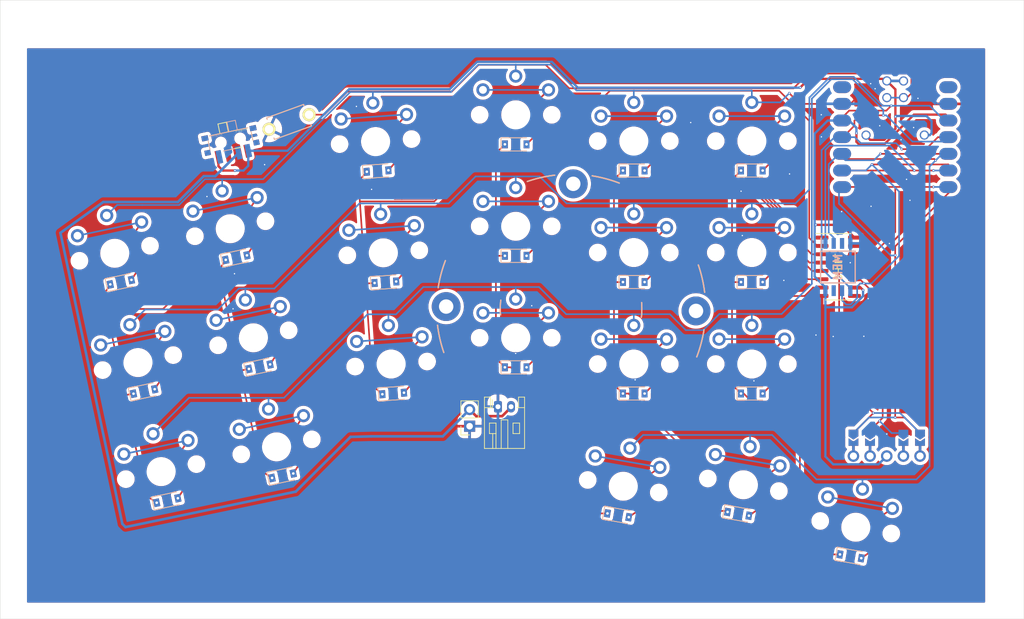
<source format=kicad_pcb>
(kicad_pcb (version 20211014) (generator pcbnew)
  (title_block (title "splembedded") (rev "v1.0.0") (company "Unknown"))
  (layers (0 "F.Cu" signal) (31 "B.Cu" signal) (34 "B.Paste" user) (35 "F.Paste" user) (36 "B.SilkS" user "B.Silkscreen") (37 "F.SilkS" user "F.Silkscreen") (38 "B.Mask" user) (39 "F.Mask" user) (44 "Edge.Cuts" user))
  (net 0 "")
  (net 1 "GND")
  (net 2 "3V3")
  (net 3 "COPI")
  (net 4 "CIPO")
  (net 5 "SCK")
  (net 6 "LCD_CS")
  (net 7 "SHIFT_CS")
  (net 8 "FLASH_CS")
  (net 9 "C0")
  (net 10 "C1")
  (net 11 "C2")
  (net 12 "C3")
  (net 13 "C4")
  (net 14 "C5")
  (net 15 "R1")
  (net 16 "R0")
  (net 17 "R2")
  (net 18 "R3")
  (net 19 "LCD_JP1")
  (net 20 "LCD_JP0")
  (net 21 "LCD_JP3")
  (net 22 "LCD_JP2")
  (net 23 "BAT+")
  (net 24 "VBAT")
  (net 25 "RESET")
  (footprint "pg1350:PG1350-DR-BETTER" (layer "F.Cu") (at 166.949999 117.85)
    (fp_text reference "SW10" hide)
    (fp_text value "Switch" hide)
  )
  (footprint "pg1350:PG1350-DR-BETTER" (layer "F.Cu") (at 166.949999 134.849998)
    (fp_text reference "SW15" hide)
    (fp_text value "Switch" hide)
  )
  (footprint "pg1350:PG1350-DR-BETTER" (layer "F.Cu") (at 166.95 100.85)
    (fp_text reference "SW5" hide)
    (fp_text value "Switch" hide)
  )
  (footprint "niceview:nice_view" (layer "F.Cu") (at 187.52 132.4)
    (fp_text reference "display*")
    (fp_text value "nice!view" hide)
  )
  (footprint "pg1350:PG1350-DR-BETTER" (layer "F.Cu") (at 111.949998 134.849999 4)
    (fp_text reference "SW12" hide)
    (fp_text value "Switch" hide)
  )
  (footprint "pg1350:PG1350-DR-BETTER" (layer "F.Cu") (at 76.88337 151.254002 12)
    (fp_text reference "SW11" hide)
    (fp_text value "Switch" hide)
  )
  (footprint "pg1350:PG1350-DR-BETTER" (layer "F.Cu") (at 73.349999 134.62851 12)
    (fp_text reference "SW1" hide)
    (fp_text value "Switch" hide)
  )
  (footprint "pg1350:PG1350-DR-BETTER" (layer "F.Cu") (at 90.949999 130.849999 12)
    (fp_text reference "SW6" hide)
    (fp_text value "Switch" hide)
  )
  (footprint "Package_SO:SOIC-16_3.9x9.9mm_P1.27mm" (layer "F.Cu") (at 180.13 120.02)
    (fp_text reference "SHIFT")
    (fp_text value "74HC595")
  )
  (footprint "pg1350:PG1350-DR-BETTER" (layer "F.Cu") (at 110.76414 117.891409 4)
    (fp_text reference "SW7" hide)
    (fp_text value "Switch" hide)
  )
  (footprint "pg1350:PG1350-DR-BETTER" (layer "F.Cu") (at 130.949999 113.85)
    (fp_text reference "SW8" hide)
    (fp_text value "Switch" hide)
  )
  (footprint "Connector_JST:JST_PH_S2B-PH-K_1x02_P2.00mm_Horizontal" (layer "F.Cu") (at 128.24 141.36)
    (fp_text reference "J4" hide)
    (fp_text value "JST Connector")
  )
  (footprint "pg1350:PG1350-DR-BETTER" (layer "F.Cu") (at 109.578279 100.932822 4)
    (fp_text reference "SW2" hide)
    (fp_text value "Switch" hide)
  )
  (footprint "Connector_PinSocket_2.54mm:PinSocket_1x02_P2.54mm_Vertical" (layer "F.Cu") (at 123.916993 144.33101 180)
    (fp_text reference "J3" hide)
    (fp_text value "Pin Connector")
  )
  (footprint "" (layer "F.Cu") (at 90.949999 130.849999)
    (fp_text reference "")
    (fp_text value "")
  )
  (footprint "Jumper:SolderJumper-2_P1.3mm_Open_TrianglePad1.0x1.5mm" (layer "F.Cu") (at 182.44 146.095 -90)
    (fp_text reference "RF*" hide)
    (fp_text value "JP")
  )
  (footprint "" (layer "F.Cu") (at 136.449999 96.849999)
    (fp_text reference "")
    (fp_text value "")
  )
  (footprint "MSK-12C02:MSK-12C02" (layer "F.Cu") (at 87.46 100.76 -168)
    (fp_text reference "SW2" hide)
    (fp_text value "SW_SPST" hide)
  )
  (footprint "Jumper:SolderJumper-2_P1.3mm_Open_TrianglePad1.0x1.5mm" (layer "F.Cu") (at 192.6 146.095 -90)
    (fp_text reference "RF*" hide)
    (fp_text value "JP")
  )
  (footprint "trochilidae:TentingPuck" (layer "F.Cu") (at 139.39 126.42 -91)
    (fp_text reference "REF**")
    (fp_text value "Tenting Puck")
  )
  (footprint "Jumper:SolderJumper-2_P1.3mm_Open_TrianglePad1.0x1.5mm" (layer "F.Cu") (at 184.98 146.095 -90)
    (fp_text reference "RF*" hide)
    (fp_text value "JP")
  )
  (footprint "pg1350:PG1350-DR-BETTER" (layer "F.Cu") (at 165.66 153.26 -10)
    (fp_text reference "S20" hide)
    (fp_text value "" hide)
  )
  (footprint "pg1350:PG1350-DR-BETTER" (layer "F.Cu") (at 130.949999 96.849999)
    (fp_text reference "SW3" hide)
    (fp_text value "Switch" hide)
  )
  (footprint "Jumper:SolderJumper-2_P1.3mm_Open_TrianglePad1.0x1.5mm" (layer "F.Cu") (at 190.06 146.095 -90)
    (fp_text reference "RF*" hide)
    (fp_text value "JP")
  )
  (footprint "pg1350:PG1350-DR-BETTER" (layer "F.Cu") (at 148.949999 117.849999)
    (fp_text reference "SW9" hide)
    (fp_text value "Switch" hide)
  )
  (footprint "mcu:xiao-ble-smd" (layer "F.Cu") (at 188.81 100.264907)
    (fp_text reference "U2" hide)
    (fp_text value "xiao-ble-thruhole" hide)
  )
  (footprint "kbd:ResetSW" (layer "F.Cu") (at 96.39 97.94 -160)
    (fp_text reference "SW18" hide)
    (fp_text value "SW_Push" hide)
  )
  (footprint "pg1350:PG1350-DR-BETTER" (layer "F.Cu") (at 87.415123 114.22135 12)
    (fp_text reference "SW5" hide)
    (fp_text value "Switch" hide)
  )
  (footprint "pg1350:PG1350-DR-BETTER" (layer "F.Cu") (at 182.796135 159.734013 -10)
    (fp_text reference "S21" hide)
    (fp_text value "" hide)
  )
  (footprint "pg1350:PG1350-DR-BETTER" (layer "F.Cu") (at 148.949999 134.849999)
    (fp_text reference "SW14" hide)
    (fp_text value "Switch" hide)
  )
  (footprint "pg1350:PG1350-DR-BETTER" (layer "F.Cu") (at 69.808464 117.96376 12)
    (fp_text reference "SW4" hide)
    (fp_text value "Switch" hide)
  )
  (footprint "pg1350:PG1350-DR-BETTER" (layer "F.Cu") (at 148.949998 100.849999)
    (fp_text reference "SW4" hide)
    (fp_text value "Switch" hide)
  )
  (footprint "pg1350:PG1350-DR-BETTER" (layer "F.Cu") (at 94.484497 147.478509 12)
    (fp_text reference "SW11" hide)
    (fp_text value "Switch" hide)
  )
  (footprint "pg1350:PG1350-DR-BETTER" (layer "F.Cu") (at 130.949998 130.85)
    (fp_text reference "SW13" hide)
    (fp_text value "Switch" hide)
  )
  (footprint "pg1350:PG1350-DR-BETTER" (layer "F.Cu") (at 147.343056 153.482679 -10)
    (fp_text reference "S19" hide)
    (fp_text value "" hide)
  )
  (footprint "splembed:SOIC127P790X216-8N" (layer "B.Cu") (at 180.07 120.06 -90)
    (fp_text reference "MEM")
    (fp_text value "SOIC127P790X216-8N" hide)
  )
  (footprint "MSK-12C02:MSK-12C02" (layer "B.Cu") (at 87.46 100.76 12)
    (fp_text reference "SW2" hide)
    (fp_text value "SW_SPST" hide)
  )
  (footprint "Jumper:SolderJumper-2_P1.3mm_Open_TrianglePad1.0x1.5mm" (layer "B.Cu") (at 190.06 146.095 -90)
    (fp_text reference "RF*" hide)
    (fp_text value "JP")
  )
  (footprint "Jumper:SolderJumper-2_P1.3mm_Open_TrianglePad1.0x1.5mm" (layer "B.Cu") (at 192.6 146.095 -90)
    (fp_text reference "RF*" hide)
    (fp_text value "JP")
  )
  (footprint "Jumper:SolderJumper-2_P1.3mm_Open_TrianglePad1.0x1.5mm" (layer "B.Cu") (at 184.98 146.095 -90)
    (fp_text reference "RF*" hide)
    (fp_text value "JP")
  )
  (footprint "mcu:xiao-ble-smd" (layer "B.Cu") (at 188.81 100.254907 180)
    (fp_text reference "U1" hide)
    (fp_text value "xiao-ble-thruhole" hide)
  )
  (footprint "Jumper:SolderJumper-2_P1.3mm_Open_TrianglePad1.0x1.5mm" (layer "B.Cu") (at 182.44 146.095 -90)
    (fp_text reference "RF*" hide)
    (fp_text value "JP")
  )
  (gr_rect (start 52.34 173.7) (end 208.44 79.37) (layer "Edge.Cuts") (width 0.05) (fill none))
  (segment (start 189.9 145.53) (end 190.06 145.37) (width 0.4) (layer "F.Cu") (net 1))
  (segment (start 187.52 145.53) (end 189.9 145.53) (width 0.4) (layer "F.Cu") (net 1))
  (via (at 172.7 105.87) (size 0.4) (drill 0.2) (layers "F.Cu" "B.Cu") (net 1))
  (via (at 167.27 137.42) (size 0.4) (drill 0.2) (layers "F.Cu" "B.Cu") (net 1))
  (via (at 187.52 145.53) (size 0.4) (drill 0.2) (layers "F.Cu" "B.Cu") (net 1))
  (via (at 88.07 121.08) (size 0.4) (drill 0.2) (layers "F.Cu" "B.Cu") (net 1))
  (via (at 191.62 98.79) (size 0.4) (drill 0.2) (layers "F.Cu" "B.Cu") (net 1))
  (via (at 189.7 100.65) (size 0.4) (drill 0.2) (layers "F.Cu" "B.Cu") (net 1))
  (via (at 180.64 111.61) (size 0.4) (drill 0.2) (layers "F.Cu" "B.Cu") (net 1))
  (via (at 177.56 100.21) (size 0.4) (drill 0.2) (layers "F.Cu" "B.Cu") (net 1))
  (via (at 181.96 119.4) (size 0.4) (drill 0.2) (layers "F.Cu" "B.Cu") (net 1))
  (via (at 130.94 133.23) (size 0.4) (drill 0.2) (layers "F.Cu" "B.Cu") (net 1))
  (via (at 171.83 122.1) (size 0.4) (drill 0.2) (layers "F.Cu" "B.Cu") (net 1))
  (via (at 179.36 130.65) (size 0.4) (drill 0.2) (layers "F.Cu" "B.Cu") (net 1))
  (via (at 165.5 115.26) (size 0.4) (drill 0.2) (layers "F.Cu" "B.Cu") (net 1))
  (via (at 106.66 95.57) (size 0.4) (drill 0.2) (layers "F.Cu" "B.Cu") (net 1))
  (via (at 165.31 108.5) (size 0.4) (drill 0.2) (layers "F.Cu" "B.Cu") (net 1))
  (via (at 191.06 109.89) (size 0.4) (drill 0.2) (layers "F.Cu" "B.Cu") (net 1))
  (via (at 184.69 124.87) (size 0.4) (drill 0.2) (layers "F.Cu" "B.Cu") (net 1))
  (via (at 87.85 126.43) (size 0.4) (drill 0.2) (layers "F.Cu" "B.Cu") (net 1))
  (via (at 192.28 94.34) (size 0.4) (drill 0.2) (layers "F.Cu" "B.Cu") (net 1))
  (via (at 185.13 110.8) (size 0.4) (drill 0.2) (layers "F.Cu" "B.Cu") (net 1))
  (via (at 185.75 92.87) (size 0.4) (drill 0.2) (layers "F.Cu" "B.Cu") (net 1))
  (via (at 83.87 109.31) (size 0.4) (drill 0.2) (layers "F.Cu" "B.Cu") (net 1))
  (via (at 190.54 106.69) (size 0.4) (drill 0.2) (layers "F.Cu" "B.Cu") (net 1))
  (via (at 184.03 130.62) (size 0.4) (drill 0.2) (layers "F.Cu" "B.Cu") (net 1))
  (via (at 157.63 98.03) (size 0.4) (drill 0.2) (layers "F.Cu" "B.Cu") (net 1))
  (via (at 92.66 104.45) (size 0.4) (drill 0.2) (layers "F.Cu" "B.Cu") (net 1))
  (via (at 149.16 137.26) (size 0.4) (drill 0.2) (layers "F.Cu" "B.Cu") (net 1))
  (via (at 108.97 108.22) (size 0.4) (drill 0.2) (layers "F.Cu" "B.Cu") (net 1))
  (via (at 186.45 98.52) (size 0.4) (drill 0.2) (layers "F.Cu" "B.Cu") (net 1))
  (via (at 177.54 96.84) (size 0.4) (drill 0.2) (layers "F.Cu" "B.Cu") (net 1))
  (via (at 176.73 130.43) (size 0.4) (drill 0.2) (layers "F.Cu" "B.Cu") (net 1))
  (via (at 187.93 116.47) (size 0.4) (drill 0.2) (layers "F.Cu" "B.Cu") (net 1))
  (via (at 133.39 125.96) (size 0.4) (drill 0.2) (layers "F.Cu" "B.Cu") (net 1))
  (segment (start 181.975 112.945) (end 180.64 111.61) (width 0.35) (layer "B.Cu") (net 1))
  (segment (start 187.52 145.53) (end 185.14 145.53) (width 0.4) (layer "B.Cu") (net 1))
  (segment (start 185.14 145.53) (end 184.98 145.37) (width 0.4) (layer "B.Cu") (net 1))
  (segment (start 181.975 116.46) (end 181.975 112.945) (width 0.35) (layer "B.Cu") (net 1))
  (segment (start 183.91 123.58) (end 183.525 123.195) (width 0.35) (layer "F.Cu") (net 2))
  (segment (start 182.9 99.65) (end 182.9 100.97) (width 0.35) (layer "F.Cu") (net 2))
  (segment (start 196.475053 96.82) (end 197.37996 97.724907) (width 0.35) (layer "F.Cu") (net 2))
  (segment (start 182.9 100.97) (end 183.36 101.43) (width 0.35) (layer "F.Cu") (net 2))
  (segment (start 183.36 101.43) (end 187.06 101.43) (width 0.35) (layer "F.Cu") (net 2))
  (segment (start 180.66 113.63) (end 182.605 115.575) (width 0.35) (layer "F.Cu") (net 2))
  (segment (start 191.67 96.82) (end 196.475053 96.82) (width 0.35) (layer "F.Cu") (net 2))
  (segment (start 187.06 101.43) (end 191.67 96.82) (width 0.35) (layer "F.Cu") (net 2))
  (segment (start 176.71 113.63) (end 180.66 113.63) (width 0.35) (layer "F.Cu") (net 2))
  (segment (start 183.525 123.195) (end 182.605 123.195) (width 0.35) (layer "F.Cu") (net 2))
  (via (at 183.91 123.58) (size 0.4) (drill 0.2) (layers "F.Cu" "B.Cu") (net 2))
  (via (at 176.71 113.63) (size 0.4) (drill 0.2) (layers "F.Cu" "B.Cu") (net 2))
  (via (at 182.9 99.65) (size 0.4) (drill 0.2) (layers "F.Cu" "B.Cu") (net 2))
  (segment (start 183.91 124.49) (end 182.205 126.195) (width 0.35) (layer "B.Cu") (net 2))
  (segment (start 178.165 123.66) (end 178.165 126.195) (width 0.35) (layer "B.Cu") (net 2))
  (segment (start 182.9 99.65) (end 182.9 98.83) (width 0.35) (layer "B.Cu") (net 2))
  (segment (start 186.26 150.14) (end 187.52 148.88) (width 0.35) (layer "B.Cu") (net 2))
  (segment (start 176.55 113.63) (end 176.53 113.61) (width 0.35) (layer "B.Cu") (net 2))
  (segment (start 176.53 121.525) (end 176.53 113.61) (width 0.35) (layer "B.Cu") (net 2))
  (segment (start 178.165 123.66) (end 178.165 123.16) (width 0.35) (layer "B.Cu") (net 2))
  (segment (start 178.525093 97.724907) (end 180.24004 97.724907) (width 0.35) (layer "B.Cu") (net 2))
  (segment (start 182.9 98.83) (end 181.794907 97.724907) (width 0.35) (layer "B.Cu") (net 2))
  (segment (start 176.53 99.72) (end 178.525093 97.724907) (width 0.35) (layer "B.Cu") (net 2))
  (segment (start 178.165 126.195) (end 178.165 148.955) (width 0.35) (layer "B.Cu") (net 2))
  (segment (start 183.91 123.58) (end 183.91 124.49) (width 0.35) (layer "B.Cu") (net 2))
  (segment (start 176.71 113.63) (end 176.55 113.63) (width 0.35) (layer "B.Cu") (net 2))
  (segment (start 178.165 148.955) (end 179.35 150.14) (width 0.35) (layer "B.Cu") (net 2))
  (segment (start 179.35 150.14) (end 186.26 150.14) (width 0.35) (layer "B.Cu") (net 2))
  (segment (start 176.53 113.61) (end 176.53 99.72) (width 0.35) (layer "B.Cu") (net 2))
  (segment (start 178.165 123.16) (end 176.53 121.525) (width 0.35) (layer "B.Cu") (net 2))
  (segment (start 182.205 126.195) (end 178.165 126.195) (width 0.35) (layer "B.Cu") (net 2))
  (segment (start 185.47 142.32) (end 185.47 142.34) (width 0.25) (layer "F.Cu") (net 3))
  (segment (start 197.37996 100.264907) (end 195.315093 100.264907) (width 0.25) (layer "F.Cu") (net 3))
  (segment (start 193.5 102.08) (end 189.81 102.08) (width 0.25) (layer "F.Cu") (net 3))
  (segment (start 195.315093 100.264907) (end 193.5 102.08) (width 0.25) (layer "F.Cu") (net 3))
  (segment (start 181.815 118.115) (end 182.605 118.115) (width 0.25) (layer "F.Cu") (net 3))
  (segment (start 180.26 121.75) (end 180.26 119.67) (width 0.25) (layer "F.Cu") (net 3))
  (segment (start 185.47 142.32) (end 180.26 137.11) (width 0.25) (layer "F.Cu") (net 3))
  (segment (start 185.47 142.34) (end 182.44 145.37) (width 0.25) (layer "F.Cu") (net 3))
  (segment (start 180.26 119.67) (end 181.815 118.115) (width 0.25) (layer "F.Cu") (net 3))
  (segment (start 180.26 137.11) (end 180.26 121.75) (width 0.25) (layer "F.Cu") (net 3))
  (via (at 189.81 102.08) (size 0.4) (drill 0.2) (layers "F.Cu" "B.Cu") (net 3))
  (via (at 185.47 142.32) (size 0.4) (drill 0.2) (layers "F.Cu" "B.Cu") (net 3))
  (via (at 180.26 121.75) (size 0.4) (drill 0.2) (layers "F.Cu" "B.Cu") (net 3))
  (segment (start 181.975 123.276) (end 181.975 123.66) (width 0.25) (layer "B.Cu") (net 3))
  (segment (start 180.24004 100.264907) (end 182.654907 100.264907) (width 0.25) (layer "B.Cu") (net 3))
  (segment (start 188.943 101.173) (end 189.81 102.04) (width 0.25) (layer "B.Cu") (net 3))
  (segment (start 177.588 120.268) (end 177.588 102.238842) (width 0.25) (layer "B.Cu") (net 3))
  (segment (start 182.654907 100.264907) (end 183.563 101.173) (width 0.25) (layer "B.Cu") (net 3))
  (segment (start 185.47 142.32) (end 189.55 142.32) (width 0.25) (layer "B.Cu") (net 3))
  (segment (start 179.561935 100.264907) (end 180.24004 100.264907) (width 0.25) (layer "B.Cu") (net 3))
  (segment (start 180.26 121.75) (end 180.449 121.75) (width 0.25) (layer "B.Cu") (net 3))
  (segment (start 180.449 121.75) (end 181.975 123.276) (width 0.25) (layer "B.Cu") (net 3))
  (segment (start 179.07 121.75) (end 177.588 120.268) (width 0.25) (layer "B.Cu") (net 3))
  (segment (start 177.588 102.238842) (end 179.561935 100.264907) (width 0.25) (layer "B.Cu") (net 3))
  (segment (start 180.26 121.75) (end 179.07 121.75) (width 0.25) (layer "B.Cu") (net 3))
  (segment (start 183.563 101.173) (end 188.943 101.173) (width 0.25) (layer "B.Cu") (net 3))
  (segment (start 189.55 142.32) (end 192.6 145.37) (width 0.25) (layer "B.Cu") (net 3))
  (segment (start 186.554907 102.804907) (end 197.37996 102.804907) (width 0.25) (layer "F.Cu") (net 4))
  (segment (start 186.55 102.8) (end 186.554907 102.804907) (width 0.25) (layer "F.Cu") (net 4))
  (via (at 186.55 102.8) (size 0.4) (drill 0.2) (layers "F.Cu" "B.Cu") (net 4))
  (segment (start 181.215133 103.78) (end 180.24004 102.804907) (width 0.25) (layer "B.Cu") (net 4))
  (segment (start 179.435 116.46) (end 179.435 115.585) (width 0.25) (layer "B.Cu") (net 4))
  (segment (start 178.67 114.82) (end 178.67 104.374947) (width 0.25) (layer "B.Cu") (net 4))
  (segment (start 179.435 115.585) (end 178.67 114.82) (width 0.25) (layer "B.Cu") (net 4))
  (segment (start 178.67 104.374947) (end 180.24004 102.804907) (width 0.25) (layer "B.Cu") (net 4))
  (segment (start 186.55 102.8) (end 185.57 103.78) (width 0.25) (layer "B.Cu") (net 4))
  (segment (start 185.57 103.78) (end 181.215133 103.78) (width 0.25) (layer "B.Cu") (net 4))
  (segment (start 196.9 104.42) (end 185.27 104.42) (width 0.25) (layer "F.Cu") (net 5))
  (segment (start 184.98 144.97) (end 184.98 145.37) (width 0.25) (layer "F.Cu") (net 5))
  (segment (start 186.42 143.53) (end 184.98 144.97) (width 0.25) (layer "F.Cu") (net 5))
  (segment (start 197.37996 104.89996) (end 196.9 104.42) (width 0.25) (layer "F.Cu") (net 5))
  (segment (start 184.037873 122.542127) (end 186.9 125.404253) (width 0.25) (layer "F.Cu") (net 5))
  (segment (start 197.37996 105.344907) (end 197.37996 104.89996) (width 0.25) (layer "F.Cu") (net 5))
  (segment (start 182.605 121.925) (end 183.420747 121.925) (width 0.25) (layer "F.Cu") (net 5))
  (segment (start 183.420747 121.925) (end 184.037873 122.542127) (width 0.25) (layer "F.Cu") (net 5))
  (segment (start 186.9 125.404253) (end 186.9 143.05) (width 0.25) (layer "F.Cu") (net 5))
  (segment (start 186.9 143.05) (end 186.42 143.53) (width 0.25) (layer "F.Cu") (net 5))
  (via (at 184.037873 122.542127) (size 0.4) (drill 0.2) (layers "F.Cu" "B.Cu") (net 5))
  (via (at 186.42 143.53) (size 0.4) (drill 0.2) (layers "F.Cu" "B.Cu") (net 5))
  (via (at 185.27 104.42) (size 0.4) (drill 0.2) (layers "F.Cu" "B.Cu") (net 5))
  (segment (start 185.19 122.57) (end 183.47 122.57) (width 0.25) (layer "B.Cu") (net 5))
  (segment (start 188.26 145.37) (end 190.06 145.37) (width 0.25) (layer "B.Cu") (net 5))
  (segment (start 185.27 104.42) (end 189.4 108.55) (width 0.25) (layer "B.Cu") (net 5))
  (segment (start 183.47 122.57) (end 183.01 123.03) (width 0.25) (layer "B.Cu") (net 5))
  (segment (start 186.42 143.53) (end 188.26 145.37) (width 0.25) (layer "B.Cu") (net 5))
  (segment (start 189.4 118.36) (end 185.19 122.57) (width 0.25) (layer "B.Cu") (net 5))
  (segment (start 181.34 125.768) (end 180.705 125.133) (width 0.25) (layer "B.Cu") (net 5))
  (segment (start 182.02813 125.768) (end 181.34 125.768) (width 0.25) (layer "B.Cu") (net 5))
  (segment (start 185.27 104.42) (end 184.345093 105.344907) (width 0.25) (layer "B.Cu") (net 5))
  (segment (start 184.345093 105.344907) (end 180.24004 105.344907) (width 0.25) (layer "B.Cu") (net 5))
  (segment (start 183.01 124.78613) (end 182.02813 125.768) (width 0.25) (layer "B.Cu") (net 5))
  (segment (start 189.4 108.55) (end 189.4 118.36) (width 0.25) (layer "B.Cu") (net 5))
  (segment (start 180.705 125.133) (end 180.705 123.66) (width 0.25) (layer "B.Cu") (net 5))
  (segment (start 183.01 123.03) (end 183.01 124.78613) (width 0.25) (layer "B.Cu") (net 5))
  (segment (start 188.81 118.26) (end 188.81 117.51) (width 0.25) (layer "F.Cu") (net 6))
  (segment (start 188.81 116.91) (end 188.81 117.51) (width 0.25) (layer "F.Cu") (net 6))
  (segment (start 197.37996 107.884907) (end 197.37996 108.34004) (width 0.25) (layer "F.Cu") (net 6))
  (segment (start 197.37996 108.34004) (end 188.81 116.91) (width 0.25) (layer "F.Cu") (net 6))
  (segment (start 188.81 143) (end 190.23 143) (width 0.25) (layer "F.Cu") (net 6))
  (segment (start 190.23 143) (end 192.6 145.37) (width 0.25) (layer "F.Cu") (net 6))
  (segment (start 188.81 143) (end 188.81 118.26) (width 0.25) (layer "F.Cu") (net 6))
  (via (at 188.81 118.26) (size 0.4) (drill 0.2) (layers "F.Cu" "B.Cu") (net 6))
  (via (at 188.81 143) (size 0.4) (drill 0.2) (layers "F.Cu" "B.Cu") (net 6))
  (segment (start 188.12 118.3) (end 188.82 118.3) (width 0.25) (layer "B.Cu") (net 6))
  (segment (start 188.81 143) (end 184.81 143) (width 0.25) (layer "B.Cu") (net 6))
  (segment (start 180.24004 110.42004) (end 188.12 118.3) (width 0.25) (layer "B.Cu") (net 6))
  (segment (start 180.24004 107.884907) (end 180.24004 110.42004) (width 0.25) (layer "B.Cu") (net 6))
  (segment (start 184.81 143) (end 182.44 145.37) (width 0.25) (layer "B.Cu") (net 6))
  (segment (start 188.82 107.85) (end 194.720093 107.85) (width 0.25) (layer "F.Cu") (net 7))
  (segment (start 180.31504 107.85) (end 188.82 107.85) (width 0.25) (layer "F.Cu") (net 7))
  (segment (start 182.878514 120.655) (end 188.82 114.713514) (width 0.25) (layer "F.Cu") (net 7))
  (segment (start 182.605 120.655) (end 182.878514 120.655) (width 0.25) (layer "F.Cu") (net 7))
  (segment (start 188.82 114.713514) (end 188.82 107.85) (width 0.25) (layer "F.Cu") (net 7))
  (via (at 194.645093 107.85) (size 0.4) (drill 0.2) (layers "F.Cu" "B.Cu") (net 7))
  (segment (start 194.645093 107.85) (end 197.345053 107.85) (width 0.25) (layer "B.Cu") (net 7))
  (segment (start 197.345053 107.85) (end 197.37996 107.884907) (width 0.13) (layer "B.Cu") (net 7))
  (segment (start 180.24004 105.344907) (end 191.715093 105.344907) (width 0.25) (layer "F.Cu") (net 8))
  (segment (start 191.715093 105.344907) (end 194.645093 105.344907) (width 0.25) (layer "F.Cu") (net 8))
  (via (at 194.645093 105.344907) (size 0.4) (drill 0.2) (layers "F.Cu" "B.Cu") (net 8))
  (via (at 191.715093 105.344907) (size 0.4) (drill 0.2) (layers "F.Cu" "B.Cu") (net 8))
  (segment (start 178.81 101.55) (end 187.98 101.55) (width 0.25) (layer "B.Cu") (net 8))
  (segment (start 178.165 116.46) (end 178.165 102.195) (width 0.25) (layer "B.Cu") (net 8))
  (segment (start 178.165 102.195) (end 178.81 101.55) (width 0.25) (layer "B.Cu") (net 8))
  (segment (start 187.98 101.55) (end 191.75 105.32) (width 0.25) (layer "B.Cu") (net 8))
  (segment (start 194.645093 105.344907) (end 197.37996 105.344907) (width 0.25) (layer "B.Cu") (net 8))
  (segment (start 135.521 102.979) (end 145.31 93.19) (width 0.25) (layer "F.Cu") (net 9))
  (segment (start 131.154 102.367684) (end 131.765316 102.979) (width 0.25) (layer "F.Cu") (net 9))
  (segment (start 71.314042 139.574442) (end 68.525346 126.454654) (width 0.25) (layer "F.Cu") (net 9))
  (segment (start 107.323842 103.923) (end 109.106159 103.923) (width 0.25) (layer "F.Cu") (net 9))
  (segment (start 112.655957 109.302799) (end 118.220885 109.302799) (width 0.25) (layer "F.Cu") (net 9))
  (segment (start 131.765316 102.979) (end 135.521 102.979) (width 0.25) (layer "F.Cu") (net 9))
  (segment (start 68.525346 126.454654) (end 77.175346 126.454654) (width 0.25) (layer "F.Cu") (net 9))
  (segment (start 176.925 116.845) (end 177.655 116.845) (width 0.25) (layer "F.Cu") (net 9))
  (segment (start 118.220885 109.302799) (end 128.167683 99.356) (width 0.25) (layer "F.Cu") (net 9))
  (segment (start 89.39 119.72) (end 91.526842 119.72) (width 0.25) (layer "F.Cu") (net 9))
  (segment (start 130.332316 99.356) (end 131.154 100.177684) (width 0.25) (layer "F.Cu") (net 9))
  (segment (start 68.074778 124.3349) (end 69.13 122.71) (width 0.25) (layer "F.Cu") (net 9))
  (segment (start 72.664499 139.33851) (end 71.373345 139.612953) (width 0.25) (layer "F.Cu") (net 9))
  (segment (start 87.38 117.71) (end 89.39 119.72) (width 0.25) (layer "F.Cu") (net 9))
  (segment (start 128.167683 99.356) (end 130.332316 99.356) (width 0.25) (layer "F.Cu") (net 9))
  (segment (start 145.31 93.19) (end 171.12 93.19) (width 0.25) (layer "F.Cu") (net 9))
  (segment (start 109.727 104.543842) (end 109.727 106.373842) (width 0.25) (layer "F.Cu") (net 9))
  (segment (start 131.154 100.177684) (end 131.154 102.367684) (width 0.25) (layer "F.Cu") (net 9))
  (segment (start 76.198996 155.96702) (end 74.574097 154.911798) (width 0.25) (layer "F.Cu") (net 9))
  (segment (start 109.106159 103.923) (end 109.727 104.543842) (width 0.25) (layer "F.Cu") (net 9))
  (segment (start 175.7 115.62) (end 176.925 116.845) (width 0.25) (layer "F.Cu") (net 9))
  (segment (start 175.7 97.77) (end 175.7 115.62) (width 0.25) (layer "F.Cu") (net 9))
  (segment (start 85.92 117.71) (end 87.38 117.71) (width 0.25) (layer "F.Cu") (net 9))
  (segment (start 77.175346 126.454654) (end 85.92 117.71) (width 0.25) (layer "F.Cu") (net 9))
  (segment (start 91.526842 119.72) (end 107.323842 103.923) (width 0.25) (layer "F.Cu") (net 9))
  (segment (start 109.727 106.373842) (end 112.655957 109.302799) (width 0.25) (layer "F.Cu") (net 9))
  (segment (start 171.12 93.19) (end 175.7 97.77) (width 0.25) (layer "F.Cu") (net 9))
  (segment (start 74.574097 154.911798) (end 71.314042 139.574442) (width 0.25) (layer "F.Cu") (net 9))
  (segment (start 68.525346 126.454654) (end 68.074778 124.3349) (width 0.25) (layer "F.Cu") (net 9))
  (segment (start 86.063992 122.416008) (end 85.674778 120.5849) (width 0.25) (layer "F.Cu") (net 10))
  (segment (start 149.164 105.77) (end 149.164 106.147684) (width 0.25) (layer "F.Cu") (net 10))
  (segment (start 149.164 104.207682) (end 149.164 105.77) (width 0.25) (layer "F.Cu") (net 10))
  (segment (start 167.491 107.131526) (end 167.491 104.021524) (width 0.25) (layer "F.Cu") (net 10))
  (segment (start 176.085 118.115) (end 175.051 117.081) (width 0.25) (layer "F.Cu") (net 10))
  (segment (start 130.176158 99.733) (end 130.777 100.333842) (width 0.25) (layer "F.Cu") (net 10))
  (segment (start 86.063992 122.416008) (end 89.363992 122.416008) (width 0.25) (layer "F.Cu") (net 10))
  (segment (start 129.6 99.733) (end 130.176158 99.733) (width 0.25) (layer "F.Cu") (net 10))
  (segment (start 130.777 100.333842) (end 130.777 100.57) (width 0.25) (layer "F.Cu") (net 10))
  (segment (start 109.23 104.58) (end 109.35 104.7) (width 0.25) (layer "F.Cu") (net 10))
  (segment (start 157.224154 106.509001) (end 158.086577 105.646577) (width 0.25) (layer "F.Cu") (net 10))
  (segment (start 149.164 106.147684) (end 149.525317 106.509001) (width 0.25) (layer "F.Cu") (net 10))
  (segment (start 122.273421 105.783421) (end 128.283421 99.773421) (width 0.25) (layer "F.Cu") (net 10))
  (segment (start 130.777 102.523842) (end 131.576579 103.323421) (width 0.25) (layer "F.Cu") (net 10))
  (segment (start 166.588475 103.119) (end 167.491 104.021523) (width 0.25) (layer "F.Cu") (net 10))
  (segment (start 158.086577 105.646577) (end 160.614154 103.119) (width 0.25) (layer "F.Cu") (net 10))
  (segment (start 109.35 106.53) (end 112.499799 109.679799) (width 0.25) (layer "F.Cu") (net 10))
  (segment (start 131.609158 103.356) (end 147.83 103.356) (width 0.25) (layer "F.Cu") (net 10))
  (segment (start 148.312316 103.356) (end 149.164 104.207682) (width 0.25) (layer "F.Cu") (net 10))
  (segment (start 171.618474 111.259) (end 167.491 107.131526) (width 0.25) (layer "F.Cu") (net 10))
  (segment (start 93.798996 152.21702) (end 92.174097 151.161798) (width 0.25) (layer "F.Cu") (net 10))
  (segment (start 85.674778 120.5849) (end 86.73 118.96) (width 0.25) (layer "F.Cu") (net 10))
  (segment (start 175.051 113.031525) (end 173.278475 111.259) (width 0.25) (layer "F.Cu") (net 10))
  (segment (start 175.051 117.081) (end 175.051 113.031525) (width 0.25) (layer "F.Cu") (net 10))
  (segment (start 89.363992 122.416008) (end 107.41 104.37) (width 0.25) (layer "F.Cu") (net 10))
  (segment (start 107.48 104.3) (end 108.6 104.3) (width 0.25) (layer "F.Cu") (net 10))
  (segment (start 147.83 103.356) (end 148.312316 103.356) (width 0.25) (layer "F.Cu") (net 10))
  (segment (start 128.323842 99.733) (end 129.6 99.733) (width 0.25) (layer "F.Cu") (net 10))
  (segment (start 108.6 104.3) (end 108.95 104.3) (width 0.25) (layer "F.Cu") (net 10))
  (segment (start 90.264499 135.58851) (end 88.973345 135.862953) (width 0.25) (layer "F.Cu") (net 10))
  (segment (start 173.278475 111.259) (end 171.618474 111.259) (width 0.25) (layer "F.Cu") (net 10))
  (segment (start 92.174097 151.161798) (end 88.914042 135.824442) (width 0.25) (layer "F.Cu") (net 10))
  (segment (start 150.5 106.509001) (end 157.224154 106.509001) (width 0.25) (layer "F.Cu") (net 10))
  (segment (start 113.59 109.679799) (end 118.377043 109.679799) (width 0.25) (layer "F.Cu") (net 10))
  (segment (start 131.576579 103.323421) (end 131.609158 103.356) (width 0.25) (layer "F.Cu") (net 10))
  (segment (start 88.914042 135.824442) (end 86.063992 122.416008) (width 0.25) (layer "F.Cu") (net 10))
  (segment (start 130.777 100.57) (end 130.777 102.523842) (width 0.25) (layer "F.Cu") (net 10))
  (segment (start 177.655 118.115) (end 176.085 118.115) (width 0.25) (layer "F.Cu") (net 10))
  (segment (start 109.35 104.7) (end 109.35 106.53) (width 0.25) (layer "F.Cu") (net 10))
  (segment (start 112.499799 109.679799) (end 113.59 109.679799) (width 0.25) (layer "F.Cu") (net 10))
  (segment (start 128.283421 99.773421) (end 128.323842 99.733) (width 0.25) (layer "F.Cu") (net 10))
  (segment (start 118.377043 109.679799) (end 122.273421 105.783421) (width 0.25) (layer "F.Cu") (net 10))
  (segment (start 149.525317 106.509001) (end 150.5 106.509001) (width 0.25) (layer "F.Cu") (net 10))
  (segment (start 107.41 104.37) (end 107.48 104.3) (width 0.25) (layer "F.Cu") (net 10))
  (segment (start 160.614154 103.119) (end 166.588475 103.119) (width 0.25) (layer "F.Cu") (net 10))
  (segment (start 108.95 104.3) (end 109.23 104.58) (width 0.25) (layer "F.Cu") (net 10))
  (segment (start 173.122317 111.636) (end 174.674 113.187683) (width 0.25) (layer "F.Cu") (net 11))
  (segment (start 128.48 100.11) (end 129.57 100.11) (width 0.25) (layer "F.Cu") (net 11))
  (segment (start 157.380312 106.886001) (end 158.623156 105.643156) (width 0.25) (layer "F.Cu") (net 11))
  (segment (start 131.453 103.733) (end 132.56 103.733) (width 0.25) (layer "F.Cu") (net 11))
  (segment (start 174.674 113.187683) (end 174.674 118.324) (width 0.25) (layer "F.Cu") (net 11))
  (segment (start 129.57 100.11) (end 130.02 100.11) (width 0.25) (layer "F.Cu") (net 11))
  (segment (start 106.968905 106.992228) (end 108.24 105.53) (width 0.25) (layer "F.Cu") (net 11))
  (segment (start 118.533201 110.056799) (end 128.44 100.15) (width 0.25) (layer "F.Cu") (net 11))
  (segment (start 107.183201 110.056799) (end 118.533201 110.056799) (width 0.25) (layer "F.Cu") (net 11))
  (segment (start 151.44 106.886001) (end 157.380312 106.886001) (width 0.25) (layer "F.Cu") (net 11))
  (segment (start 149.369159 106.886001) (end 151.44 106.886001) (width 0.25) (layer "F.Cu") (net 11))
  (segment (start 148.787 106.17) (end 148.787 106.303842) (width 0.25) (layer "F.Cu") (net 11))
  (segment (start 109.42586 122.48859) (end 108.109077 122.580668) (width 0.25) (layer "F.Cu") (net 11))
  (segment (start 130.37 100.46) (end 130.4 100.49) (width 0.25) (layer "F.Cu") (net 11))
  (segment (start 158.623156 105.643156) (end 160.770312 103.496) (width 0.25) (layer "F.Cu") (net 11))
  (segment (start 171.462316 111.636) (end 173.122317 111.636) (width 0.25) (layer "F.Cu") (net 11))
  (segment (start 132.56 103.733) (end 148.156158 103.733) (width 0.25) (layer "F.Cu") (net 11))
  (segment (start 110.611719 139.447179) (end 109.149492 138.176084) (width 0.25) (layer "F.Cu") (net 11))
  (segment (start 166.432316 103.496) (end 167.114 104.177682) (width 0.25) (layer "F.Cu") (net 11))
  (segment (start 167.114 104.177682) (end 167.114 107.287684) (width 0.25) (layer "F.Cu") (net 11))
  (segment (start 148.156158 103.733) (end 148.506579 104.083421) (width 0.25) (layer "F.Cu") (net 11))
  (segment (start 148.787 106.303842) (end 149.369159 106.886001) (width 0.25) (layer "F.Cu") (net 11))
  (segment (start 130.4 100.49) (end 130.4 101.92) (width 0.25) (layer "F.Cu") (net 11))
  (segment (start 160.770312 103.496) (end 166.432316 103.496) (width 0.25) (layer "F.Cu") (net 11))
  (segment (start 148.506579 104.083421) (end 148.787 104.363841) (width 0.25) (layer "F.Cu") (net 11))
  (segment (start 130.4 101.92) (end 130.4 102.68) (width 0.25) (layer "F.Cu") (net 11))
  (segment (start 167.114 107.287684) (end 171.462316 111.636) (width 0.25) (layer "F.Cu") (net 11))
  (segment (start 174.674 118.324) (end 175.735 119.385) (width 0.25) (layer "F.Cu") (net 11))
  (segment (start 107.183201 110.056799) (end 106.968905 106.992228) (width 0.25) (layer "F.Cu") (net 11))
  (segment (start 108.055711 122.534278) (end 107.183201 110.056799) (width 0.25) (layer "F.Cu") (net 11))
  (segment (start 130.02 100.11) (end 130.37 100.46) (width 0.25) (layer "F.Cu") (net 11))
  (segment (start 175.735 119.385) (end 177.655 119.385) (width 0.25) (layer "F.Cu") (net 11))
  (segment (start 109.149492 138.176084) (end 108.055711 122.534278) (width 0.25) (layer "F.Cu") (net 11))
  (segment (start 130.4 102.68) (end 131.453 103.733) (width 0.25) (layer "F.Cu") (net 11))
  (segment (start 148.787 104.363841) (end 148.787 106.17) (width 0.25) (layer "F.Cu") (net 11))
  (segment (start 128.44 100.15) (end 128.48 100.11) (width 0.25) (layer "F.Cu") (net 11))
  (segment (start 127.93 133.980002) (end 127.93 118.3) (width 0.25) (layer "F.Cu") (net 12))
  (segment (start 160.384736 104.414736) (end 157.53647 107.263001) (width 0.25) (layer "F.Cu") (net 12))
  (segment (start 166.276158 103.873) (end 166.737 104.333842) (width 0.25) (layer "F.Cu") (net 12))
  (segment (start 127.93 105.34) (end 127.93 102.719998) (width 0.25) (layer "F.Cu") (net 12))
  (segment (start 172.966159 112.013) (end 174.297 113.343841) (width 0.25) (layer "F.Cu") (net 12))
  (segment (start 148 104.11) (end 129.16 104.11) (width 0.25) (layer "F.Cu") (net 12))
  (segment (start 148.41 106.46) (end 148.41 104.52) (width 0.25) (layer "F.Cu") (net 12))
  (segment (start 144.936706 157.627794) (end 140.557794 157.627794) (width 0.25) (layer "F.Cu") (net 12))
  (segment (start 174.297 118.807) (end 176.145 120.655) (width 0.25) (layer "F.Cu") (net 12))
  (segment (start 129.299999 118.35) (end 127.98 118.35) (width 0.25) (layer "F.Cu") (net 12))
  (segment (start 127.93 118.3) (end 127.93 105.34) (width 0.25) (layer "F.Cu") (net 12))
  (segment (start 160.926471 103.873) (end 162.46 103.873) (width 0.25) (layer "F.Cu") (net 12))
  (segment (start 137.13 142.28) (end 130.2 135.35) (width 0.25) (layer "F.Cu") (net 12))
  (segment (start 149.213001 107.263001) (end 148.41 106.46) (width 0.25) (layer "F.Cu") (net 12))
  (segment (start 129.299998 135.35) (end 127.93 133.980002) (width 0.25) (layer "F.Cu") (net 12))
  (segment (start 137.13 154.2) (end 137.13 142.28) (width 0.25) (layer "F.Cu") (net 12))
  (segment (start 157.53647 107.263001) (end 149.213001 107.263001) (width 0.25) (layer "F.Cu") (net 12))
  (segment (start 129.16 104.11) (end 127.93 105.34) (width 0.25) (layer "F.Cu") (net 12))
  (segment (start 127.93 102.719998) (end 129.299999 101.349999) (width 0.25) (layer "F.Cu") (net 12))
  (segment (start 166.737 104.333841) (end 166.737 107.443842) (width 0.25) (layer "F.Cu") (net 12))
  (segment (start 130.2 135.35) (end 129.299998 135.35) (width 0.25) (layer "F.Cu") (net 12))
  (segment (start 171.306158 112.013) (end 172.966159 112.013) (width 0.25) (layer "F.Cu") (net 12))
  (segment (start 127.98 118.35) (end 127.93 118.3) (width 0.25) (layer "F.Cu") (net 12))
  (segment (start 148.41 104.52) (end 148 104.11) (width 0.25) (layer "F.Cu") (net 12))
  (segment (start 176.145 120.655) (end 177.655 120.655) (width 0.25) (layer "F.Cu") (net 12))
  (segment (start 162.46 103.873) (end 166.276158 103.873) (width 0.25) (layer "F.Cu") (net 12))
  (segment (start 160.384736 104.414736) (end 160.926471 103.873) (width 0.25) (layer "F.Cu") (net 12))
  (segment (start 166.737 107.443842) (end 171.306158 112.013) (width 0.25) (layer "F.Cu") (net 12))
  (segment (start 174.297 113.343841) (end 174.297 118.807) (width 0.25) (layer "F.Cu") (net 12))
  (segment (start 140.557794 157.627794) (end 137.13 154.2) (width 0.25) (layer "F.Cu") (net 12))
  (segment (start 172.81 112.39) (end 173.92 113.5) (width 0.25) (layer "F.Cu") (net 13))
  (segment (start 163.25365 157.405115) (end 163.098535 157.25) (width 0.25) (layer "F.Cu") (net 13))
  (segment (start 166.36 107.6) (end 171.15 112.39) (width 0.25) (layer "F.Cu") (net 13))
  (segment (start 145.930001 122.310001) (end 145.930001 107.640001) (width 0.25) (layer "F.Cu") (net 13))
  (segment (start 166.12 104.25) (end 166.36 104.49) (width 0.25) (layer "F.Cu") (net 13))
  (segment (start 156.55 147.75) (end 148.149999 139.349999) (width 0.25) (layer "F.Cu") (net 13))
  (segment (start 145.930001 107.640001) (end 145.930001 106.729999) (width 0.25) (layer "F.Cu") (net 13))
  (segment (start 156.55 154.04) (end 156.55 147.75) (width 0.25) (layer "F.Cu") (net 13))
  (segment (start 145.930001 106.729999) (end 147.3 105.36) (width 0.25) (layer "F.Cu") (net 13))
  (segment (start 157.692628 107.640001) (end 161.08263 104.25) (width 0.25) (layer "F.Cu") (net 13))
  (segment (start 173.92 113.5) (end 173.92 120.33557) (width 0.25) (layer "F.Cu") (net 13))
  (segment (start 175.50943 121.925) (end 177.655 121.925) (width 0.25) (layer "F.Cu") (net 13))
  (segment (start 145.930001 137.990003) (end 145.930001 122.310001) (width 0.25) (layer "F.Cu") (net 13))
  (segment (start 147.299999 139.360001) (end 145.930001 137.990003) (width 0.25) (layer "F.Cu") (net 13))
  (segment (start 163.098535 157.25) (end 159.76 157.25) (width 0.25) (layer "F.Cu") (net 13))
  (segment (start 171.15 112.39) (end 172.81 112.39) (width 0.25) (layer "F.Cu") (net 13))
  (segment (start 161.08263 104.25) (end 166.12 104.25) (width 0.25) (layer "F.Cu") (net 13))
  (segment (start 159.76 157.25) (end 156.55 154.04) (width 0.25) (layer "F.Cu") (net 13))
  (segment (start 166.36 104.49) (end 166.36 107.6) (width 0.25) (layer "F.Cu") (net 13))
  (segment (start 147.3 122.360001) (end 145.980001 122.360001) (width 0.25) (layer "F.Cu") (net 13))
  (segment (start 148.149999 139.349999) (end 147.299999 139.349999) (width 0.25) (layer "F.Cu") (net 13))
  (segment (start 145.930001 107.640001) (end 157.692628 107.640001) (width 0.25) (layer "F.Cu") (net 13))
  (segment (start 173.92 120.33557) (end 175.50943 121.925) (width 0.25) (layer "F.Cu") (net 13))
  (segment (start 165.3 122.360001) (end 163.980001 122.360001) (width 0.25) (layer "F.Cu") (net 14))
  (segment (start 163.930001 122.310001) (end 163.930001 106.729999) (width 0.25) (layer "F.Cu") (net 14))
  (segment (start 177.109128 163.879128) (end 174.28 161.05) (width 0.25) (layer "F.Cu") (net 14))
  (segment (start 177.655 123.195) (end 176.285 123.195) (width 0.25) (layer "F.Cu") (net 14))
  (segment (start 163.930001 137.990003) (end 163.930001 124.480001) (width 0.25) (layer "F.Cu") (net 14))
  (segment (start 163.930001 106.729999) (end 165.3 105.36) (width 0.25) (layer "F.Cu") (net 14))
  (segment (start 180.389785 163.879128) (end 177.109128 163.879128) (width 0.25) (layer "F.Cu") (net 14))
  (segment (start 165.709998 139.349998) (end 165.299999 139.349998) (width 0.25) (layer "F.Cu") (net 14))
  (segment (start 176.285 123.195) (end 174.999999 124.480001) (width 0.25) (layer "F.Cu") (net 14))
  (segment (start 174.999999 124.480001) (end 163.930001 124.480001) (width 0.25) (layer "F.Cu") (net 14))
  (segment (start 174.28 147.92) (end 165.709998 139.349998) (width 0.25) (layer "F.Cu") (net 14))
  (segment (start 163.930001 124.480001) (end 163.930001 122.310001) (width 0.25) (layer "F.Cu") (net 14))
  (segment (start 174.28 161.05) (end 174.28 147.92) (width 0.25) (layer "F.Cu") (net 14))
  (segment (start 165.299999 139.360001) (end 163.930001 137.990003) (width 0.25) (layer "F.Cu") (net 14))
  (segment (start 188.2 95.47) (end 187.46 96.21) (width 0.25) (layer "F.Cu") (net 15))
  (segment (start 187.46 96.21) (end 181.794121 96.21) (width 0.25) (layer "F.Cu") (net 15))
  (segment (start 181.794121 96.21) (end 180.279214 97.724907) (width 0.25) (layer "F.Cu") (net 15))
  (segment (start 180.279214 97.724907) (end 180.24004 97.724907) (width 0.25) (layer "F.Cu") (net 15))
  (via (at 188.2 95.47) (size 0.4) (drill 0.2) (layers "F.Cu" "B.Cu") (net 15))
  (segment (start 188.2 95.47) (end 194.07 95.47) (width 0.25) (layer "B.Cu") (net 15))
  (segment (start 138.69 110.35) (end 149.04 110.35) (width 0.25) (layer "B.Cu") (net 15))
  (segment (start 130.949999 107.95) (end 130.949999 106.330001) (width 0.25) (layer "B.Cu") (net 15))
  (segment (start 88.73 123.34) (end 89.74 123.34) (width 0.25) (layer "B.Cu") (net 15))
  (segment (start 89.72332 125.078928) (end 89.72332 123.35668) (width 0.25) (layer "B.Cu") (net 15))
  (segment (start 148.949999 110.440001) (end 149.04 110.35) (width 0.25) (layer "B.Cu") (net 15))
  (segment (start 166.949999 110.360001) (end 166.96 110.35) (width 0.25) (layer "B.Cu") (net 15))
  (segment (start 178.893841 91.053) (end 175.726 94.220842) (width 0.25) (layer "B.Cu") (net 15))
  (segment (start 107.13 110.36) (end 110.31 110.36) (width 0.25) (layer "B.Cu") (net 15))
  (segment (start 110.352577 112.005781) (end 110.352577 110.402577) (width 0.25) (layer "B.Cu") (net 15))
  (segment (start 120.72 110.36) (end 124.83 106.25) (width 0.25) (layer "B.Cu") (net 15))
  (segment (start 72.12332 128.857439) (end 74.45 126.530759) (width 0.25) (layer "B.Cu") (net 15))
  (segment (start 89.72332 123.35668) (end 89.74 123.34) (width 0.25) (layer "B.Cu") (net 15))
  (segment (start 110.352577 110.402577) (end 110.31 110.36) (width 0.25) (layer "B.Cu") (net 15))
  (segment (start 196.324907 97.724907) (end 197.37996 97.724907) (width 0.25) (layer "B.Cu") (net 15))
  (segment (start 85.539241 126.530759) (end 88.73 123.34) (width 0.25) (layer "B.Cu") (net 15))
  (segment (start 110.31 110.36) (end 120.72 110.36) (width 0.25) (layer "B.Cu") (net 15))
  (segment (start 74.45 126.530759) (end 85.539241 126.530759) (width 0.25) (layer "B.Cu") (net 15))
  (segment (start 131.03 106.25) (end 134.59 106.25) (width 0.25) (layer "B.Cu") (net 15))
  (segment (start 175.726 94.220842) (end 175.726 108.234) (width 0.25) (layer "B.Cu") (net 15))
  (segment (start 166.949999 111.95) (end 166.949999 110.360001) (width 0.25) (layer "B.Cu") (net 15))
  (segment (start 194.07 95.47) (end 196.324907 97.724907) (width 0.25) (layer "B.Cu") (net 15))
  (segment (start 186.893158 95.47) (end 182.476159 91.053) (width 0.25) (layer "B.Cu") (net 15))
  (segment (start 188.2 95.47) (end 186.893158 95.47) (width 0.25) (layer "B.Cu") (net 15))
  (segment (start 89.74 123.34) (end 94.15 123.34) (width 0.25) (layer "B.Cu") (net 15))
  (segment (start 124.83 106.25) (end 131.03 106.25) (width 0.25) (layer "B.Cu") (net 15))
  (segment (start 182.476159 91.053) (end 178.893841 91.053) (width 0.25) (layer "B.Cu") (net 15))
  (segment (start 173.61 110.35) (end 166.96 110.35) (width 0.25) (layer "B.Cu") (net 15))
  (segment (start 165.349999 110.35) (end 166.96 110.35) (width 0.25) (layer "B.Cu") (net 15))
  (segment (start 149.04 110.35) (end 165.349999 110.35) (width 0.25) (layer "B.Cu") (net 15))
  (segment (start 134.59 106.25) (end 138.69 110.35) (width 0.25) (layer "B.Cu") (net 15))
  (segment (start 175.726 108.234) (end 173.61 110.35) (width 0.25) (layer "B.Cu") (net 15))
  (segment (start 148.949999 111.949999) (end 148.949999 110.440001) (width 0.25) (layer "B.Cu") (net 15))
  (segment (start 94.15 123.34) (end 107.13 110.36) (width 0.25) (layer "B.Cu") (net 15))
  (segment (start 130.949999 106.330001) (end 131.03 106.25) (width 0.25) (layer "B.Cu") (net 15))
  (segment (start 181.985093 95.184907) (end 185.07 92.1) (width 0.25) (layer "F.Cu") (net 16))
  (segment (start 180.24004 95.184907) (end 174.284907 95.184907) (width 0.25) (layer "F.Cu") (net 16))
  (segment (start 180.24004 95.184907) (end 181.985093 95.184907) (width 0.25) (layer "F.Cu") (net 16))
  (segment (start 174.284907 95.184907) (end 172.66 93.56) (width 0.25) (layer "F.Cu") (net 16))
  (via (at 172.66 93.56) (size 0.4) (drill 0.2) (layers "F.Cu" "B.Cu") (net 16))
  (via (at 185.07 92.1) (size 0.4) (drill 0.2) (layers "F.Cu" "B.Cu") (net 16))
  (segment (start 186.61 90.56) (end 190.64 90.56) (width 0.25) (layer "B.Cu") (net 16))
  (segment (start 148.98 93.14) (end 151.25 93.14) (width 0.25) (layer "B.Cu") (net 16))
  (segment (start 172.66 93.56) (end 171.27 94.95) (width 0.25) (layer "B.Cu") (net 16))
  (segment (start 130.949999 90.949999) (end 130.949999 89.210001) (width 0.25) (layer "B.Cu") (net 16))
  (segment (start 92.43 106.66) (end 105.02 94.07) (width 0.25) (layer "B.Cu") (net 16))
  (segment (start 86.22 106.66) (end 87.36 106.66) (width 0.25) (layer "B.Cu") (net 16))
  (segment (start 74 110.6) (end 79.63 110.6) (width 0.25) (layer "B.Cu") (net 16))
  (segment (start 140.23 93.14) (end 148.98 93.14) (width 0.25) (layer "B.Cu") (net 16))
  (segment (start 70.174474 110.6) (end 74 110.6) (width 0.25) (layer "B.Cu") (net 16))
  (segment (start 121.07 93.37) (end 125.24 89.2) (width 0.25) (layer "B.Cu") (net 16))
  (segment (start 86.188444 108.450279) (end 86.188444 106.691556) (width 0.25) (layer "B.Cu") (net 16))
  (segment (start 109.166716 95.047194) (end 109.166716 93.373284) (width 0.25) (layer "B.Cu") (net 16))
  (segment (start 125.24 89.2) (end 130.96 89.2) (width 0.25) (layer "B.Cu") (net 16))
  (segment (start 109.166716 93.373284) (end 109.17 93.37) (width 0.25) (layer "B.Cu") (net 16))
  (segment (start 195.254907 95.174907) (end 197.37996 95.174907) (width 0.25) (layer "B.Cu") (net 16))
  (segment (start 82.8 107.43) (end 83.57 106.66) (width 0.25) (layer "B.Cu") (net 16))
  (segment (start 86.188444 106.691556) (end 86.22 106.66) (width 0.25) (layer "B.Cu") (net 16))
  (segment (start 83.57 106.66) (end 86.22 106.66) (width 0.25) (layer "B.Cu") (net 16))
  (segment (start 148.949998 94.949999) (end 148.949998 93.170002) (width 0.25) (layer "B.Cu") (net 16))
  (segment (start 136.29 89.2) (end 137.6 90.51) (width 0.25) (layer "B.Cu") (net 16))
  (segment (start 130.949999 89.210001) (end 130.96 89.2) (width 0.25) (layer "B.Cu") (net 16))
  (segment (start 105.02 94.07) (end 105.72 93.37) (width 0.25) (layer "B.Cu") (net 16))
  (segment (start 109.17 93.37) (end 110.77 93.37) (width 0.25) (layer "B.Cu") (net 16))
  (segment (start 148.949998 93.170002) (end 148.98 93.14) (width 0.25) (layer "B.Cu") (net 16))
  (segment (start 110.77 93.37) (end 121.07 93.37) (width 0.25) (layer "B.Cu") (net 16))
  (segment (start 130.96 89.2) (end 136.29 89.2) (width 0.25) (layer "B.Cu") (net 16))
  (segment (start 79.63 110.6) (end 82.8 107.43) (width 0.25) (layer "B.Cu") (net 16))
  (segment (start 137.6 90.51) (end 140.23 93.14) (width 0.25) (layer "B.Cu") (net 16))
  (segment (start 166.95 94.95) (end 166.95 93.17) (width 0.25) (layer "B.Cu") (net 16))
  (segment (start 151.25 93.14) (end 166.92 93.14) (width 0.25) (layer "B.Cu") (net 16))
  (segment (start 68.581785 112.192689) (end 70.174474 110.6) (width 0.25) (layer "B.Cu") (net 16))
  (segment (start 87.36 106.66) (end 92.43 106.66) (width 0.25) (layer "B.Cu") (net 16))
  (segment (start 185.07 92.1) (end 186.61 90.56) (width 0.25) (layer "B.Cu") (net 16))
  (segment (start 166.95 93.17) (end 166.92 93.14) (width 0.25) (layer "B.Cu") (net 16))
  (segment (start 190.64 90.56) (end 195.254907 95.174907) (width 0.25) (layer "B.Cu") (net 16))
  (segment (start 105.72 93.37) (end 109.17 93.37) (width 0.25) (layer "B.Cu") (net 16))
  (segment (start 171.27 94.95) (end 166.95 94.95) (width 0.25) (layer "B.Cu") (net 16))
  (segment (start 182.59 98.51) (end 182.59 97.76) (width 0.25) (layer "F.Cu") (net 17))
  (segment (start 182.59 97.76) (end 183.42 96.93) (width 0.25) (layer "F.Cu") (net 17))
  (segment (start 180.24004 100.264907) (end 180.835093 100.264907) (width 0.25) (layer "F.Cu") (net 17))
  (segment (start 180.835093 100.264907) (end 182.59 98.51) (width 0.25) (layer "F.Cu") (net 17))
  (segment (start 183.42 96.93) (end 186.86 96.93) (width 0.25) (layer "F.Cu") (net 17))
  (via (at 187 96.93) (size 0.4) (drill 0.2) (layers "F.Cu" "B.Cu") (net 17))
  (segment (start 150.4 127.25) (end 154.45 127.25) (width 0.25) (layer "B.Cu") (net 17))
  (segment (start 176.103 122.617) (end 176.103 94.377) (width 0.25) (layer "B.Cu") (net 17))
  (segment (start 171.5 127.22) (end 176.103 122.617) (width 0.25) (layer "B.Cu") (net 17))
  (segment (start 156.88 129.68) (end 159.48 129.68) (width 0.25) (layer "B.Cu") (net 17))
  (segment (start 166.949999 128.949998) (end 166.95 127.22) (width 0.25) (layer "B.Cu") (net 17))
  (segment (start 156.27 129.07) (end 156.88 129.68) (width 0.25) (layer "B.Cu") (net 17))
  (segment (start 148.949999 127.349999) (end 148.85 127.25) (width 0.25) (layer "B.Cu") (net 17))
  (segment (start 182.32 91.43) (end 187 96.11) (width 0.25) (layer "B.Cu") (net 17))
  (segment (start 95.62 140) (end 107.27 128.35) (width 0.25) (layer "B.Cu") (net 17))
  (segment (start 130.949998 123.139998) (end 130.92 123.11) (width 0.25) (layer "B.Cu") (net 17))
  (segment (start 116.85 123.11) (end 122.28 123.11) (width 0.25) (layer "B.Cu") (net 17))
  (segment (start 176.103 94.377) (end 179.05 91.43) (width 0.25) (layer "B.Cu") (net 17))
  (segment (start 108.35 127.27) (end 111.56 127.27) (width 0.25) (layer "B.Cu") (net 17))
  (segment (start 159.54 129.68) (end 161.69 127.53) (width 0.25) (layer "B.Cu") (net 17))
  (segment (start 130.949998 124.95) (end 130.949998 123.139998) (width 0.25) (layer "B.Cu") (net 17))
  (segment (start 93.257818 141.707438) (end 93.257818 140.052182) (width 0.25) (layer "B.Cu") (net 17))
  (segment (start 111.56 127.27) (end 112.69 127.27) (width 0.25) (layer "B.Cu") (net 17))
  (segment (start 159.48 129.68) (end 159.54 129.68) (width 0.25) (layer "B.Cu") (net 17))
  (segment (start 148.85 127.25) (end 150.4 127.25) (width 0.25) (layer "B.Cu") (net 17))
  (segment (start 81.139622 140) (end 93.31 140) (width 0.25) (layer "B.Cu") (net 17))
  (segment (start 134.5 123.11) (end 138.02 126.63) (width 0.25) (layer "B.Cu") (net 17))
  (segment (start 154.45 127.25) (end 156.27 129.07) (width 0.25) (layer "B.Cu") (net 17))
  (segment (start 179.05 91.43) (end 182.32 91.43) (width 0.25) (layer "B.Cu") (net 17))
  (segment (start 122.28 123.11) (end 130.92 123.11) (width 0.25) (layer "B.Cu") (net 17))
  (segment (start 187 96.11) (end 187 96.93) (width 0.25) (layer "B.Cu") (net 17))
  (segment (start 166.95 127.22) (end 171.5 127.22) (width 0.25) (layer "B.Cu") (net 17))
  (segment (start 161.69 127.53) (end 162 127.22) (width 0.25) (layer "B.Cu") (net 17))
  (segment (start 75.656691 145.482931) (end 81.139622 140) (width 0.25) (layer "B.Cu") (net 17))
  (segment (start 191.44 100.93) (end 196.714867 100.93) (width 0.25) (layer "B.Cu") (net 17))
  (segment (start 111.538435 128.964371) (end 111.538435 127.291565) (width 0.25) (layer "B.Cu") (net 17))
  (segment (start 111.538435 127.291565) (end 111.56 127.27) (width 0.25) (layer "B.Cu") (net 17))
  (segment (start 187.44 96.93) (end 191.44 100.93) (width 0.25) (layer "B.Cu") (net 17))
  (segment (start 112.69 127.27) (end 116.85 123.11) (width 0.25) (layer "B.Cu") (net 17))
  (segment (start 138.64 127.25) (end 148.85 127.25) (width 0.25) (layer "B.Cu") (net 17))
  (segment (start 148.949999 128.949999) (end 148.949999 127.349999) (width 0.25) (layer "B.Cu") (net 17))
  (segment (start 196.714867 100.93) (end 197.37996 100.264907) (width 0.25) (layer "B.Cu") (net 17))
  (segment (start 93.38 140) (end 95.62 140) (width 0.25) (layer "B.Cu") (net 17))
  (segment (start 93.257818 140.052182) (end 93.31 140) (width 0.25) (layer "B.Cu") (net 17))
  (segment (start 130.92 123.11) (end 134.5 123.11) (width 0.25) (layer "B.Cu") (net 17))
  (segment (start 107.27 128.35) (end 108.35 127.27) (width 0.25) (layer "B.Cu") (net 17))
  (segment (start 187 96.93) (end 187.44 96.93) (width 0.25) (layer "B.Cu") (net 17))
  (segment (start 93.31 140) (end 93.38 140) (width 0.25) (layer "B.Cu") (net 17))
  (segment (start 138.02 126.63) (end 138.64 127.25) (width 0.25) (layer "B.Cu") (net 17))
  (segment (start 162 127.22) (end 166.95 127.22) (width 0.25) (layer "B.Cu") (net 17))
  (segment (start 194.985 103.795) (end 194.78 103.59) (width 0.25) (layer "F.Cu") (net 18))
  (segment (start 181.025133 103.59) (end 180.24004 102.804907) (width 0.25) (layer "F.Cu") (net 18))
  (segment (start 194.78 103.59) (end 181.025133 103.59) (width 0.25) (layer "F.Cu") (net 18))
  (via (at 194.985 103.795) (size 0.4) (drill 0.2) (layers "F.Cu" "B.Cu") (net 18))
  (segment (start 194.05 104.73) (end 194.985 103.795) (width 0.25) (layer "B.Cu") (net 18))
  (segment (start 170.04 145.67) (end 176.81 152.44) (width 0.25) (layer "B.Cu") (net 18))
  (segment (start 150.369893 145.67) (end 166.62 145.67) (width 0.25) (layer "B.Cu") (net 18))
  (segment (start 166.684524 147.449634) (end 166.684524 145.734524) (width 0.25) (layer "B.Cu") (net 18))
  (segment (start 194.05 150.43) (end 194.05 104.73) (width 0.25) (layer "B.Cu") (net 18))
  (segment (start 176.81 152.44) (end 183.79 152.44) (width 0.25) (layer "B.Cu") (net 18))
  (segment (start 148.36758 147.672313) (end 150.369893 145.67) (width 0.25) (layer "B.Cu") (net 18))
  (segment (start 166.684524 145.734524) (end 166.62 145.67) (width 0.25) (layer "B.Cu") (net 18))
  (segment (start 183.79 152.44) (end 192.04 152.44) (width 0.25) (layer "B.Cu") (net 18))
  (segment (start 183.820659 153.923647) (end 183.820659 152.470659) (width 0.25) (layer "B.Cu") (net 18))
  (segment (start 192.04 152.44) (end 194.05 150.43) (width 0.25) (layer "B.Cu") (net 18))
  (segment (start 166.62 145.67) (end 170.04 145.67) (width 0.25) (layer "B.Cu") (net 18))
  (segment (start 194.985 103.795) (end 195.975093 102.804907) (width 0.25) (layer "B.Cu") (net 18))
  (segment (start 195.975093 102.804907) (end 197.37996 102.804907) (width 0.25) (layer "B.Cu") (net 18))
  (segment (start 183.820659 152.470659) (end 183.79 152.44) (width 0.25) (layer "B.Cu") (net 18))
  (segment (start 184.98 146.82) (end 184.98 148.88) (width 0.4) (layer "F.Cu") (net 19))
  (segment (start 184.98 146.82) (end 184.98 148.88) (width 0.4) (layer "B.Cu") (net 19))
  (segment (start 182.44 146.82) (end 182.44 148.88) (width 0.4) (layer "F.Cu") (net 20))
  (segment (start 182.44 146.82) (end 182.44 148.88) (width 0.4) (layer "B.Cu") (net 20))
  (segment (start 192.6 148.88) (end 192.6 146.82) (width 0.4) (layer "F.Cu") (net 21))
  (segment (start 192.6 146.82) (end 192.6 148.88) (width 0.4) (layer "B.Cu") (net 21))
  (segment (start 190.06 148.88) (end 190.06 146.82) (width 0.4) (layer "F.Cu") (net 22))
  (segment (start 190.06 146.82) (end 190.06 148.88) (width 0.4) (layer "B.Cu") (net 22))
  (segment (start 188.84 97.12) (end 188.84 92.982907) (width 0.35) (layer "F.Cu") (net 23))
  (segment (start 88.14 105.35) (end 86.29 105.35) (width 0.35) (layer "F.Cu") (net 23))
  (segment (start 174.34 92.68) (end 175.65 91.37) (width 0.35) (layer "F.Cu") (net 23))
  (segment (start 85.624378 104.684378) (end 85.624378 103.297089) (width 0.35) (layer "F.Cu") (net 23))
  (segment (start 188.84 92.982907) (end 187.54 91.682907) (width 0.35) (layer "F.Cu") (net 23))
  (segment (start 175.65 91.37) (end 187.227093 91.37) (width 0.35) (layer "F.Cu") (net 23))
  (segment (start 184.365 100.044514) (end 184.365 99.947907) (width 0.35) (layer "F.Cu") (net 23))
  (segment (start 188.85 97.13) (end 188.85 98.96542) (width 0.35) (layer "F.Cu") (net 23))
  (segment (start 187.227093 91.37) (end 187.54 91.682907) (width 0.35) (layer "F.Cu") (net 23))
  (segment (start 86.29 105.35) (end 85.624378 104.684378) (width 0.35) (layer "F.Cu") (net 23))
  (segment (start 187.14542 100.67) (end 184.990486 100.67) (width 0.35) (layer "F.Cu") (net 23))
  (segment (start 184.990486 100.67) (end 184.365 100.044514) (width 0.35) (layer "F.Cu") (net 23))
  (segment (start 188.85 98.96542) (end 187.14542 100.67) (width 0.35) (layer "F.Cu") (net 23))
  (segment (start 188.85 97.13) (end 188.84 97.12) (width 0.35) (layer "F.Cu") (net 23))
  (via (at 174.34 92.68) (size 0.4) (drill 0.2) (layers "F.Cu" "B.Cu") (net 23))
  (via (at 88.14 105.35) (size 0.4) (drill 0.2) (layers "F.Cu" "B.Cu") (net 23))
  (via (at 188.85 97.13) (size 0.4) (drill 0.2) (layers "F.Cu" "B.Cu") (net 23))
  (segment (start 174.307 92.713) (end 140.40687 92.713) (width 0.35) (layer "B.Cu") (net 23))
  (segment (start 190.07 91.682907) (end 190.08 91.692907) (width 0.4) (layer "B.Cu") (net 23))
  (segment (start 187.54 91.682907) (end 190.07 91.682907) (width 0.4) (layer "B.Cu") (net 23))
  (segment (start 96.154999 102.331131) (end 90.168851 102.331131) (width 0.35) (layer "B.Cu") (net 23))
  (segment (start 194.082093 99.947907) (end 193.255 99.947907) (width 0.35) (layer "B.Cu") (net 23))
  (segment (start 188.85 97.13) (end 188.95 97.03) (width 0.35) (layer "B.Cu") (net 23))
  (segment (start 88.14 105.35) (end 89.44 105.35) (width 0.35) (layer "B.Cu") (net 23))
  (segment (start 136.46687 88.773) (end 125.063131 88.773) (width 0.35) (layer "B.Cu") (net 23))
  (segment (start 140.40687 92.713) (end 136.46687 88.773) (width 0.35) (layer "B.Cu") (net 23))
  (segment (start 193.57 97.03) (end 194.36 97.82) (width 0.35) (layer "B.Cu") (net 23))
  (segment (start 174.34 92.68) (end 174.307 92.713) (width 0.35) (layer "B.Cu") (net 23))
  (segment (start 194.36 99.67) (end 194.082093 99.947907) (width 0.35) (layer "B.Cu") (net 23))
  (segment (start 188.95 97.03) (end 193.57 97.03) (width 0.35) (layer "B.Cu") (net 23))
  (segment (start 194.36 97.82) (end 194.36 99.67) (width 0.35) (layer "B.Cu") (net 23))
  (segment (start 90.168851 104.621149) (end 90.168851 102.331131) (width 0.35) (layer "B.Cu") (net 23))
  (segment (start 125.063131 88.773) (end 120.89313 92.943) (width 0.35) (layer "B.Cu") (net 23))
  (segment (start 105.543131 92.943) (end 96.154999 102.331131) (width 0.35) (layer "B.Cu") (net 23))
  (segment (start 120.89313 92.943) (end 105.543131 92.943) (width 0.35) (layer "B.Cu") (net 23))
  (segment (start 89.44 105.35) (end 90.168851 104.621149) (width 0.35) (layer "B.Cu") (net 23))
  (segment (start 129.92 141.76) (end 129.92 141.3) (width 0.4) (layer "F.Cu") (net 24))
  (segment (start 124.925983 142.8) (end 128.88 142.8) (width 0.4) (layer "F.Cu") (net 24))
  (segment (start 123.916993 141.79101) (end 124.925983 142.8) (width 0.4) (layer "F.Cu") (net 24))
  (segment (start 128.88 142.8) (end 129.92 141.76) (width 0.4) (layer "F.Cu") (net 24))
  (segment (start 105.755362 145.963182) (end 97.394293 154.324251) (width 0.4) (layer "B.Cu") (net 24))
  (segment (start 68.062 110.148) (end 61.53 114.85) (width 0.4) (layer "B.Cu") (net 24))
  (segment (start 119.829993 145.87801) (end 123.916993 141.79101) (width 0.4) (layer "B.Cu") (net 24))
  (segment (start 108.94801 145.87801) (end 119.829993 145.87801) (width 0.4) (layer "B.Cu") (net 24))
  (segment (start 97.394293 154.324251) (end 97.334251 154.324251) (width 0.4) (layer "B.Cu") (net 24))
  (segment (start 71.46 159.71) (end 97.334251 154.324251) (width 0.4) (layer "B.Cu") (net 24))
  (segment (start 83.382776 106.208) (end 79.442776 110.148) (width 0.4) (layer "B.Cu") (net 24))
  (segment (start 70.96 159.18) (end 70.96 159.21) (width 0.4) (layer "B.Cu") (net 24))
  (segment (start 70.96 159.21) (end 71.46 159.71) (width 0.4) (layer "B.Cu") (net 24))
  (segment (start 61.53 114.85) (end 70.96 159.18) (width 0.4) (layer "B.Cu") (net 24))
  (segment (start 105.755362 145.963182) (end 108.94801 145.87801) (width 0.4) (layer "B.Cu") (net 24))
  (segment (start 85.136629 106.208) (end 83.382776 106.208) (width 0.4) (layer "B.Cu") (net 24))
  (segment (start 79.442776 110.148) (end 68.062 110.148) (width 0.4) (layer "B.Cu") (net 24))
  (segment (start 88.70163 102.642999) (end 85.136629 106.208) (width 0.4) (layer "B.Cu") (net 24))
  (segment (start 191.28 93.56) (end 191.28 91.16) (width 0.25) (layer "F.Cu") (net 25))
  (segment (start 125.28 89.23) (end 121.2 93.31) (width 0.25) (layer "F.Cu") (net 25))
  (segment (start 190.68 90.56) (end 175.55 90.56) (width 0.25) (layer "F.Cu") (net 25))
  (segment (start 175.55 90.56) (end 173.297 92.813) (width 0.25) (layer "F.Cu") (net 25))
  (segment (start 121.2 93.31) (end 105.29 93.31) (width 0.25) (layer "F.Cu") (net 25))
  (segment (start 135.516114 89.23) (end 125.28 89.23) (width 0.25) (layer "F.Cu") (net 25))
  (segment (start 139.099114 92.813) (end 135.516114 89.23) (width 0.25) (layer "F.Cu") (net 25))
  (segment (start 191.28 91.16) (end 190.68 90.56) (width 0.25) (layer "F.Cu") (net 25))
  (segment (start 190.617093 94.222907) (end 191.28 93.56) (width 0.25) (layer "F.Cu") (net 25))
  (segment (start 173.297 92.813) (end 139.099114 92.813) (width 0.25) (layer "F.Cu") (net 25))
  (segment (start 105.29 93.31) (end 101.771565 96.828435) (width 0.25) (layer "F.Cu") (net 25))
  (segment (start 190.08 94.222907) (end 190.617093 94.222907) (width 0.25) (layer "F.Cu") (net 25))
  (segment (start 101.771565 96.828435) (end 99.444001 96.828435) (width 0.25) (layer "F.Cu") (net 25))
  (segment (start 190.07 94.232907) (end 190.08 94.222907) (width 0.25) (layer "B.Cu") (net 25))
  (segment (start 187.54 94.232907) (end 190.07 94.232907) (width 0.25) (layer "B.Cu") (net 25))
  (zone (net 1) (net_name "GND") (layers F&B.Cu) (connect_pads (clearance 0.508)) (min_thickness 0.254) (fill yes (thermal_gap 1) (thermal_bridge_width 0.4))
    (polygon (pts (xy 202.52 86.71) (xy 56.43 86.71) (xy 56.43 171.23) (xy 202.52 171.23)))
  )
)
</source>
